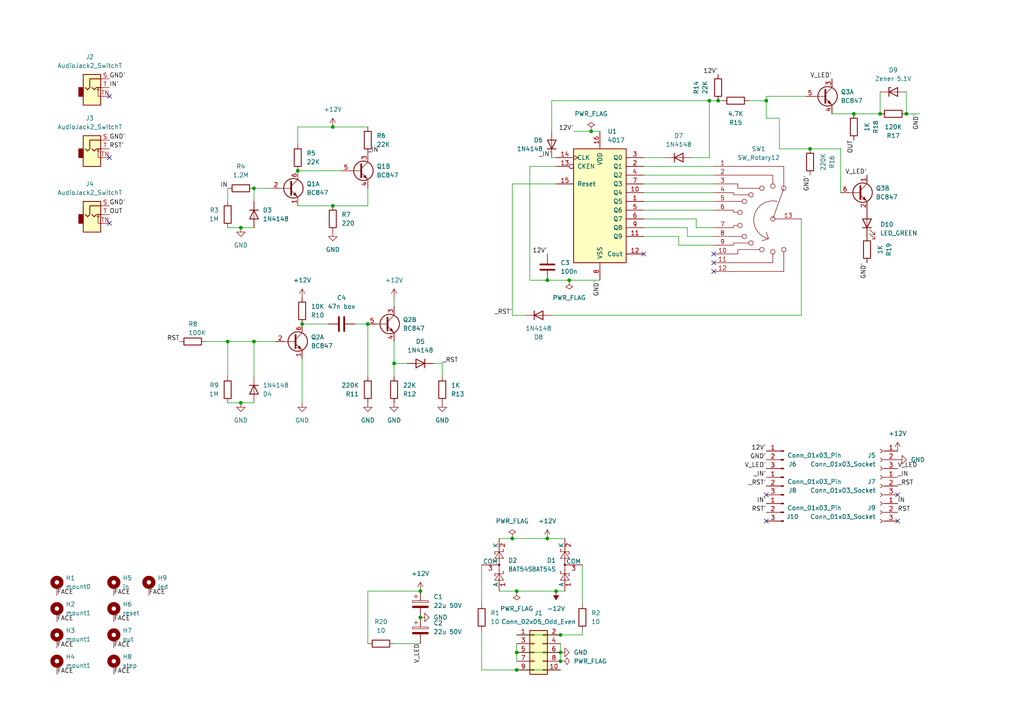
<source format=kicad_sch>
(kicad_sch (version 20230121) (generator eeschema)
  (paper "A4")
  (lib_symbols
    (symbol "4xxx:4017" (pin_names (offset 1.016))
      (property "Reference" "U" (at -7.62 16.51 0))
      (property "Value" "4017" (at -7.62 -19.05 0))
      (symbol "4017_1_0"
        (pin output line (at 12.7 0 180) (length 5.08) (name "Q5") (number "1"))
        (pin output line (at 12.7 2.54 180) (length 5.08) (name "Q4") (number "10"))
        (pin output line (at 12.7 -10.16 180) (length 5.08) (name "Q9") (number "11"))
        (pin output line (at 12.7 -15.24 180) (length 5.08) (name "Cout") (number "12"))
        (pin input inverted (at -12.7 10.16 0) (length 5.08) (name "CKEN") (number "13"))
        (pin input clock (at -12.7 12.7 0) (length 5.08) (name "CLK") (number "14"))
        (pin input line (at -12.7 5.08 0) (length 5.08) (name "Reset") (number "15"))
        (pin power_in line (at 0 20.32 270) (length 5.08) (name "VDD") (number "16"))
        (pin output line (at 12.7 10.16 180) (length 5.08) (name "Q1") (number "2"))
        (pin output line (at 12.7 12.7 180) (length 5.08) (name "Q0") (number "3"))
        (pin output line (at 12.7 7.62 180) (length 5.08) (name "Q2") (number "4"))
        (pin output line (at 12.7 -2.54 180) (length 5.08) (name "Q6") (number "5"))
        (pin output line (at 12.7 -5.08 180) (length 5.08) (name "Q7") (number "6"))
        (pin output line (at 12.7 5.08 180) (length 5.08) (name "Q3") (number "7"))
        (pin power_in line (at 0 -22.86 90) (length 5.08) (name "VSS") (number "8"))
        (pin output line (at 12.7 -7.62 180) (length 5.08) (name "Q8") (number "9"))
      )
      (symbol "4017_1_1"
        (rectangle (start -7.62 15.24) (end 7.62 -17.78) (stroke (width 0.254)) (fill (type background)))
      )
    )
    (symbol "Connector:Conn_01x03_Pin" (pin_names (offset 1.016) hide)
      (property "Reference" "J" (at 0 5.08 0))
      (property "Value" "Conn_01x03_Pin" (at 0 -5.08 0))
      (symbol "Conn_01x03_Pin_1_1"
        (polyline (pts (xy 1.27 -2.54) (xy 0.8636 -2.54)) (stroke (width 0.1524)))
        (polyline (pts (xy 1.27 0) (xy 0.8636 0)) (stroke (width 0.1524)))
        (polyline (pts (xy 1.27 2.54) (xy 0.8636 2.54)) (stroke (width 0.1524)))
        (rectangle (start 0.8636 -2.413) (end 0 -2.667) (stroke (width 0.1524)) (fill (type outline)))
        (rectangle (start 0.8636 0.127) (end 0 -0.127) (stroke (width 0.1524)) (fill (type outline)))
        (rectangle (start 0.8636 2.667) (end 0 2.413) (stroke (width 0.1524)) (fill (type outline)))
        (pin passive line (at 5.08 2.54 180) (length 3.81) (name "Pin_1") (number "1"))
        (pin passive line (at 5.08 0 180) (length 3.81) (name "Pin_2") (number "2"))
        (pin passive line (at 5.08 -2.54 180) (length 3.81) (name "Pin_3") (number "3"))
      )
    )
    (symbol "Connector:Conn_01x03_Socket" (pin_names (offset 1.016) hide)
      (property "Reference" "J" (at 0 5.08 0))
      (property "Value" "Conn_01x03_Socket" (at 0 -5.08 0))
      (symbol "Conn_01x03_Socket_1_1"
        (arc (start 0 -2.032) (mid -0.5058 -2.54) (end 0 -3.048) (stroke (width 0.1524)))
        (polyline (pts (xy -1.27 -2.54) (xy -0.508 -2.54)) (stroke (width 0.1524)))
        (polyline (pts (xy -1.27 0) (xy -0.508 0)) (stroke (width 0.1524)))
        (polyline (pts (xy -1.27 2.54) (xy -0.508 2.54)) (stroke (width 0.1524)))
        (arc (start 0 0.508) (mid -0.5058 0) (end 0 -0.508) (stroke (width 0.1524)))
        (arc (start 0 3.048) (mid -0.5058 2.54) (end 0 2.032) (stroke (width 0.1524)))
        (pin passive line (at -5.08 2.54 0) (length 3.81) (name "Pin_1") (number "1"))
        (pin passive line (at -5.08 0 0) (length 3.81) (name "Pin_2") (number "2"))
        (pin passive line (at -5.08 -2.54 0) (length 3.81) (name "Pin_3") (number "3"))
      )
    )
    (symbol "Device:C" (pin_numbers hide) (pin_names (offset 0.254))
      (property "Reference" "C" (at 0.635 2.54 0))
      (property "Value" "C" (at 0.635 -2.54 0))
      (symbol "C_0_1"
        (polyline (pts (xy -2.032 -0.762) (xy 2.032 -0.762)) (stroke (width 0.508)))
        (polyline (pts (xy -2.032 0.762) (xy 2.032 0.762)) (stroke (width 0.508)))
      )
      (symbol "C_1_1"
        (pin passive line (at 0 3.81 270) (length 2.794) (name "~") (number "1"))
        (pin passive line (at 0 -3.81 90) (length 2.794) (name "~") (number "2"))
      )
    )
    (symbol "Device:C_Polarized" (pin_numbers hide) (pin_names (offset 0.254))
      (property "Reference" "C" (at 0.635 2.54 0))
      (property "Value" "C_Polarized" (at 0.635 -2.54 0))
      (symbol "C_Polarized_0_1"
        (rectangle (start -2.286 0.508) (end 2.286 1.016))
        (polyline (pts (xy -1.778 2.286) (xy -0.762 2.286)))
        (polyline (pts (xy -1.27 2.794) (xy -1.27 1.778)))
        (rectangle (start 2.286 -0.508) (end -2.286 -1.016) (fill (type outline)))
      )
      (symbol "C_Polarized_1_1"
        (pin passive line (at 0 3.81 270) (length 2.794) (name "~") (number "1"))
        (pin passive line (at 0 -3.81 90) (length 2.794) (name "~") (number "2"))
      )
    )
    (symbol "Device:D" (pin_numbers hide) (pin_names (offset 1.016) hide)
      (property "Reference" "D" (at 0 2.54 0))
      (property "Value" "D" (at 0 -2.54 0))
      (symbol "D_0_1"
        (polyline (pts (xy -1.27 1.27) (xy -1.27 -1.27)) (stroke (width 0.254)))
        (polyline (pts (xy 1.27 0) (xy -1.27 0)))
        (polyline (pts (xy 1.27 1.27) (xy 1.27 -1.27) (xy -1.27 0) (xy 1.27 1.27)) (stroke (width 0.254)))
      )
      (symbol "D_1_1"
        (pin passive line (at -3.81 0 0) (length 2.54) (name "K") (number "1"))
        (pin passive line (at 3.81 0 180) (length 2.54) (name "A") (number "2"))
      )
    )
    (symbol "Device:D_Zener" (pin_numbers hide) (pin_names (offset 1.016) hide)
      (property "Reference" "D" (at 0 2.54 0))
      (property "Value" "D_Zener" (at 0 -2.54 0))
      (symbol "D_Zener_0_1"
        (polyline (pts (xy 1.27 0) (xy -1.27 0)))
        (polyline (pts (xy -1.27 -1.27) (xy -1.27 1.27) (xy -0.762 1.27)) (stroke (width 0.254)))
        (polyline (pts (xy 1.27 -1.27) (xy 1.27 1.27) (xy -1.27 0) (xy 1.27 -1.27)) (stroke (width 0.254)))
      )
      (symbol "D_Zener_1_1"
        (pin passive line (at -3.81 0 0) (length 2.54) (name "K") (number "1"))
        (pin passive line (at 3.81 0 180) (length 2.54) (name "A") (number "2"))
      )
    )
    (symbol "Device:LED" (pin_numbers hide) (pin_names (offset 1.016) hide)
      (property "Reference" "D" (at 0 2.54 0))
      (property "Value" "LED" (at 0 -2.54 0))
      (symbol "LED_0_1"
        (polyline (pts (xy -1.27 -1.27) (xy -1.27 1.27)) (stroke (width 0.254)))
        (polyline (pts (xy -1.27 0) (xy 1.27 0)))
        (polyline (pts (xy 1.27 -1.27) (xy 1.27 1.27) (xy -1.27 0) (xy 1.27 -1.27)) (stroke (width 0.254)))
        (polyline (pts (xy -3.048 -0.762) (xy -4.572 -2.286) (xy -3.81 -2.286) (xy -4.572 -2.286) (xy -4.572 -1.524)))
        (polyline (pts (xy -1.778 -0.762) (xy -3.302 -2.286) (xy -2.54 -2.286) (xy -3.302 -2.286) (xy -3.302 -1.524)))
      )
      (symbol "LED_1_1"
        (pin passive line (at -3.81 0 0) (length 2.54) (name "K") (number "1"))
        (pin passive line (at 3.81 0 180) (length 2.54) (name "A") (number "2"))
      )
    )
    (symbol "Device:Q_Dual_NPN_NPN_C2E2C1E1B1B2" (pin_names (offset 0) hide)
      (property "Reference" "Q" (at 5.08 1.27 0))
      (property "Value" "Q_Dual_NPN_NPN_C2E2C1E1B1B2" (at 5.08 -1.27 0))
      (symbol "Q_Dual_NPN_NPN_C2E2C1E1B1B2_0_1"
        (polyline (pts (xy 0.635 0) (xy -2.54 0)))
        (polyline (pts (xy 0.635 0.635) (xy 2.54 2.54)))
        (polyline (pts (xy 0.635 -0.635) (xy 2.54 -2.54) (xy 2.54 -2.54)))
        (polyline (pts (xy 0.635 1.905) (xy 0.635 -1.905) (xy 0.635 -1.905)) (stroke (width 0.508)))
        (polyline (pts (xy 1.27 -1.778) (xy 1.778 -1.27) (xy 2.286 -2.286) (xy 1.27 -1.778) (xy 1.27 -1.778)) (fill (type outline)))
        (circle (center 1.27 0) (radius 2.8194) (stroke (width 0.254)))
      )
      (symbol "Q_Dual_NPN_NPN_C2E2C1E1B1B2_1_1"
        (pin passive line (at 2.54 5.08 270) (length 2.54) (name "C1") (number "3"))
        (pin passive line (at 2.54 -5.08 90) (length 2.54) (name "E1") (number "4"))
        (pin input line (at -5.08 0 0) (length 2.54) (name "B1") (number "5"))
      )
      (symbol "Q_Dual_NPN_NPN_C2E2C1E1B1B2_2_1"
        (pin passive line (at 2.54 5.08 270) (length 2.54) (name "C2") (number "1"))
        (pin passive line (at 2.54 -5.08 90) (length 2.54) (name "E2") (number "2"))
        (pin input line (at -5.08 0 0) (length 2.54) (name "B2") (number "6"))
      )
    )
    (symbol "Device:Q_Dual_NPN_NPN_E1B1C2E2B2C1" (pin_names (offset 0) hide)
      (property "Reference" "Q" (at 5.08 1.27 0))
      (property "Value" "Q_Dual_NPN_NPN_E1B1C2E2B2C1" (at 5.08 -1.27 0))
      (symbol "Q_Dual_NPN_NPN_E1B1C2E2B2C1_0_1"
        (polyline (pts (xy 0.635 0) (xy -2.54 0)))
        (polyline (pts (xy 0.635 0.635) (xy 2.54 2.54)))
        (polyline (pts (xy 0.635 -0.635) (xy 2.54 -2.54) (xy 2.54 -2.54)))
        (polyline (pts (xy 0.635 1.905) (xy 0.635 -1.905) (xy 0.635 -1.905)) (stroke (width 0.508)))
        (polyline (pts (xy 1.27 -1.778) (xy 1.778 -1.27) (xy 2.286 -2.286) (xy 1.27 -1.778) (xy 1.27 -1.778)) (fill (type outline)))
        (circle (center 1.27 0) (radius 2.8194) (stroke (width 0.254)))
      )
      (symbol "Q_Dual_NPN_NPN_E1B1C2E2B2C1_1_1"
        (pin passive line (at 2.54 -5.08 90) (length 2.54) (name "E1") (number "1"))
        (pin input line (at -5.08 0 0) (length 2.54) (name "B1") (number "2"))
        (pin passive line (at 2.54 5.08 270) (length 2.54) (name "C1") (number "6"))
      )
      (symbol "Q_Dual_NPN_NPN_E1B1C2E2B2C1_2_1"
        (pin passive line (at 2.54 5.08 270) (length 2.54) (name "C2") (number "3"))
        (pin passive line (at 2.54 -5.08 90) (length 2.54) (name "E2") (number "4"))
        (pin input line (at -5.08 0 0) (length 2.54) (name "B2") (number "5"))
      )
    )
    (symbol "Device:R" (pin_numbers hide) (pin_names (offset 0))
      (property "Reference" "R" (at 2.032 0 90))
      (property "Value" "R" (at 0 0 90))
      (symbol "R_0_1"
        (rectangle (start -1.016 -2.54) (end 1.016 2.54) (stroke (width 0.254)))
      )
      (symbol "R_1_1"
        (pin passive line (at 0 3.81 270) (length 1.27) (name "~") (number "1"))
        (pin passive line (at 0 -3.81 90) (length 1.27) (name "~") (number "2"))
      )
    )
    (symbol "Eurorack:AudioJack2_SwitchT"
      (property "Reference" "J" (at 0 8.89 0))
      (property "Value" "AudioJack2_SwitchT" (at 0 6.35 0))
      (symbol "AudioJack2_SwitchT_0_1"
        (rectangle (start -2.54 0) (end -3.81 -2.54) (stroke (width 0.254)) (fill (type outline)))
        (rectangle (start -2.54 3.81) (end 2.54 -5.08) (stroke (width 0.254)) (fill (type background)))
        (polyline (pts (xy 1.778 -0.254) (xy 2.032 -0.762)))
        (polyline (pts (xy 0 0) (xy 0.635 -0.635) (xy 1.27 0) (xy 2.54 0)) (stroke (width 0.254)))
        (polyline (pts (xy 2.54 -2.54) (xy 1.778 -2.54) (xy 1.778 -0.254) (xy 1.524 -0.762)))
        (polyline (pts (xy 2.54 2.54) (xy -0.635 2.54) (xy -0.635 0) (xy -1.27 -0.635) (xy -1.905 0)) (stroke (width 0.254)))
      )
      (symbol "AudioJack2_SwitchT_1_1"
        (pin passive line (at 5.08 2.54 180) (length 2.54) (name "~") (number "S"))
        (pin passive line (at 5.08 0 180) (length 2.54) (name "~") (number "T"))
        (pin passive line (at 5.08 -2.54 180) (length 2.54) (name "~") (number "TN"))
      )
    )
    (symbol "Eurorack:BAT54S" (pin_names (offset 0))
      (property "Reference" "D" (at 2.54 -5.08 0))
      (property "Value" "BAT54S" (at -6.35 3.175 0))
      (symbol "BAT54S_0_1"
        (polyline (pts (xy -3.81 0) (xy -1.27 0)))
        (polyline (pts (xy -3.175 -1.27) (xy -3.175 -1.016)))
        (polyline (pts (xy -2.54 -1.27) (xy -3.175 -1.27)))
        (polyline (pts (xy -2.54 -1.27) (xy -2.54 1.27)))
        (polyline (pts (xy -2.54 1.27) (xy -1.905 1.27)))
        (polyline (pts (xy -1.905 0) (xy 1.905 0)))
        (polyline (pts (xy -1.905 1.27) (xy -1.905 1.016)))
        (polyline (pts (xy 1.27 0) (xy 3.81 0)))
        (polyline (pts (xy 3.175 -1.27) (xy 3.175 -1.016)))
        (polyline (pts (xy 3.81 -1.27) (xy 3.175 -1.27)))
        (polyline (pts (xy 3.81 -1.27) (xy 3.81 1.27)))
        (polyline (pts (xy 3.81 1.27) (xy 4.445 1.27)))
        (polyline (pts (xy 4.445 1.27) (xy 4.445 1.016)))
        (polyline (pts (xy -4.445 1.27) (xy -4.445 -1.27) (xy -2.54 0) (xy -4.445 1.27)))
        (polyline (pts (xy 1.905 1.27) (xy 1.905 -1.27) (xy 3.81 0) (xy 1.905 1.27)))
        (circle (center 0 0) (radius 0.254) (fill (type outline)))
      )
      (symbol "BAT54S_1_1"
        (pin passive line (at -7.62 0 0) (length 3.81) (name "A") (number "1"))
        (pin passive line (at 7.62 0 180) (length 3.81) (name "K") (number "2"))
        (pin passive line (at 0 -5.08 90) (length 5.08) (name "COM") (number "3"))
      )
    )
    (symbol "Eurorack:Conn_02x05_Odd_Even" (pin_names (offset 1.016) hide)
      (property "Reference" "J" (at 1.27 7.62 0))
      (property "Value" "Conn_02x05_Odd_Even" (at 1.27 -7.62 0))
      (symbol "Conn_02x05_Odd_Even_1_1"
        (rectangle (start -1.27 -4.953) (end 0 -5.207) (stroke (width 0.1524)))
        (rectangle (start -1.27 -2.413) (end 0 -2.667) (stroke (width 0.1524)))
        (rectangle (start -1.27 0.127) (end 0 -0.127) (stroke (width 0.1524)))
        (rectangle (start -1.27 2.667) (end 0 2.413) (stroke (width 0.1524)))
        (rectangle (start -1.27 5.207) (end 0 4.953) (stroke (width 0.1524)))
        (rectangle (start -1.27 6.35) (end 3.81 -6.35) (stroke (width 0.254)) (fill (type background)))
        (rectangle (start 3.81 -4.953) (end 2.54 -5.207) (stroke (width 0.1524)))
        (rectangle (start 3.81 -2.413) (end 2.54 -2.667) (stroke (width 0.1524)))
        (rectangle (start 3.81 0.127) (end 2.54 -0.127) (stroke (width 0.1524)))
        (rectangle (start 3.81 2.667) (end 2.54 2.413) (stroke (width 0.1524)))
        (rectangle (start 3.81 5.207) (end 2.54 4.953) (stroke (width 0.1524)))
        (pin passive line (at -5.08 5.08 0) (length 3.81) (name "Pin_1") (number "1"))
        (pin passive line (at 7.62 -5.08 180) (length 3.81) (name "Pin_10") (number "10"))
        (pin passive line (at 7.62 5.08 180) (length 3.81) (name "Pin_2") (number "2"))
        (pin passive line (at -5.08 2.54 0) (length 3.81) (name "Pin_3") (number "3"))
        (pin passive line (at 7.62 2.54 180) (length 3.81) (name "Pin_4") (number "4"))
        (pin passive line (at -5.08 0 0) (length 3.81) (name "Pin_5") (number "5"))
        (pin passive line (at 7.62 0 180) (length 3.81) (name "Pin_6") (number "6"))
        (pin passive line (at -5.08 -2.54 0) (length 3.81) (name "Pin_7") (number "7"))
        (pin passive line (at 7.62 -2.54 180) (length 3.81) (name "Pin_8") (number "8"))
        (pin passive line (at -5.08 -5.08 0) (length 3.81) (name "Pin_9") (number "9"))
      )
    )
    (symbol "Eurorack:MountingHole_Pad_Output" (pin_numbers hide) (pin_names (offset 1.016) hide) (in_bom no)
      (property "Reference" "H" (at 0 6.35 0))
      (property "Value" "MountingHole_Pad_Output" (at 0 4.445 0))
      (symbol "MountingHole_Pad_Output_0_1"
        (circle (center 0 1.27) (radius 1.27) (stroke (width 1.27)))
      )
      (symbol "MountingHole_Pad_Output_1_1"
        (pin output line (at 0 -2.54 90) (length 2.54) (name "1") (number "1"))
      )
    )
    (symbol "Mechanical:MountingHole_Pad" (pin_numbers hide) (pin_names (offset 1.016) hide)
      (property "Reference" "H" (at 0 6.35 0))
      (property "Value" "MountingHole_Pad" (at 0 4.445 0))
      (symbol "MountingHole_Pad_0_1"
        (circle (center 0 1.27) (radius 1.27) (stroke (width 1.27)))
      )
      (symbol "MountingHole_Pad_1_1"
        (pin input line (at 0 -2.54 90) (length 2.54) (name "1") (number "1"))
      )
    )
    (symbol "Switch:SW_Rotary12" (pin_names (offset 1.016) hide)
      (property "Reference" "SW" (at 0 17.78 0))
      (property "Value" "SW_Rotary12" (at 0 -17.78 0))
      (symbol "SW_Rotary12_0_0"
        (circle (center -10.16 -8.89) (radius 0.635))
        (circle (center -10.16 8.89) (radius 0.635))
        (circle (center -6.985 -9.525) (radius 0.635))
        (circle (center -6.985 0) (radius 0.635))
        (circle (center -6.985 9.525) (radius 0.635))
        (arc (start -5.715 -5.715) (mid -1.5995 0.937) (end -8.255 5.08))
        (circle (center -3.81 -8.89) (radius 0.635))
        (circle (center -3.81 8.89) (radius 0.635))
        (circle (center -0.635 -6.985) (radius 0.635))
        (circle (center -0.635 6.985) (radius 0.635))
        (polyline (pts (xy -6.985 0) (xy -10.16 8.89)))
        (polyline (pts (xy -5.715 -5.715) (xy -5.08 -3.81)))
        (polyline (pts (xy -5.715 -5.715) (xy -3.81 -6.35)))
        (polyline (pts (xy 1.905 -5.08) (xy 5.08 -5.08)))
        (polyline (pts (xy 1.905 5.08) (xy 5.08 5.08)))
        (polyline (pts (xy -10.16 -9.525) (xy -10.16 -15.24) (xy 5.08 -15.24)))
        (polyline (pts (xy -10.16 9.525) (xy -10.16 15.24) (xy 5.08 15.24)))
        (polyline (pts (xy -6.985 -10.16) (xy -6.985 -12.7) (xy 5.08 -12.7)))
        (polyline (pts (xy -6.985 10.16) (xy -6.985 12.7) (xy 5.08 12.7)))
        (polyline (pts (xy -3.175 -8.89) (xy 3.175 -8.89) (xy 3.175 -10.16) (xy 5.08 -10.16)))
        (polyline (pts (xy -3.175 8.89) (xy 3.175 8.89) (xy 3.175 10.16) (xy 5.08 10.16)))
        (polyline (pts (xy 0 -6.985) (xy 4.445 -6.985) (xy 4.445 -7.62) (xy 5.08 -7.62)))
        (polyline (pts (xy 0 6.985) (xy 4.445 6.985) (xy 4.445 7.62) (xy 5.08 7.62)))
        (polyline (pts (xy 3.175 -1.905) (xy 4.445 -1.905) (xy 4.445 -2.54) (xy 5.08 -2.54)))
        (polyline (pts (xy 3.175 1.905) (xy 4.445 1.905) (xy 4.445 2.54) (xy 5.08 2.54)))
        (circle (center 1.27 -5.08) (radius 0.635))
        (circle (center 1.27 5.08) (radius 0.635))
        (circle (center 2.54 -1.905) (radius 0.635))
        (circle (center 2.54 1.905) (radius 0.635))
      )
      (symbol "SW_Rotary12_0_1"
        (pin passive line (at 10.16 15.24 180) (length 5.08) (name "1") (number "1"))
        (pin passive line (at 10.16 -10.16 180) (length 5.08) (name "10") (number "10"))
        (pin passive line (at 10.16 -12.7 180) (length 5.08) (name "11") (number "11"))
        (pin passive line (at 10.16 -15.24 180) (length 5.08) (name "12") (number "12"))
        (pin passive line (at -15.24 0 0) (length 7.62) (name "13") (number "13"))
        (pin passive line (at 10.16 12.7 180) (length 5.08) (name "2") (number "2"))
        (pin passive line (at 10.16 10.16 180) (length 5.08) (name "3") (number "3"))
        (pin passive line (at 10.16 7.62 180) (length 5.08) (name "4") (number "4"))
        (pin passive line (at 10.16 5.08 180) (length 5.08) (name "5") (number "5"))
        (pin passive line (at 10.16 2.54 180) (length 5.08) (name "6") (number "6"))
        (pin passive line (at 10.16 -2.54 180) (length 5.08) (name "7") (number "7"))
        (pin passive line (at 10.16 -5.08 180) (length 5.08) (name "8") (number "8"))
        (pin passive line (at 10.16 -7.62 180) (length 5.08) (name "9") (number "9"))
      )
    )
    (symbol "power:+12V" (power) (pin_names (offset 0))
      (property "Value" "+12V" (at 0 3.556 0))
      (symbol "+12V_0_1"
        (polyline (pts (xy -0.762 1.27) (xy 0 2.54)))
        (polyline (pts (xy 0 0) (xy 0 2.54)))
        (polyline (pts (xy 0 2.54) (xy 0.762 1.27)))
      )
      (symbol "+12V_1_1"
        (pin power_in line (at 0 0 90) (length 0) hide (name "+12V") (number "1"))
      )
    )
    (symbol "power:-12V" (power) (pin_names (offset 0))
      (property "Value" "-12V" (at 0 3.81 0))
      (symbol "-12V_0_0"
        (pin power_in line (at 0 0 90) (length 0) hide (name "-12V") (number "1"))
      )
      (symbol "-12V_0_1"
        (polyline (pts (xy 0 0) (xy 0 1.27) (xy 0.762 1.27) (xy 0 2.54) (xy -0.762 1.27) (xy 0 1.27)) (fill (type outline)))
      )
    )
    (symbol "power:GND" (power) (pin_names (offset 0))
      (property "Value" "GND" (at 0 -3.81 0))
      (symbol "GND_0_1"
        (polyline (pts (xy 0 0) (xy 0 -1.27) (xy 1.27 -1.27) (xy 0 -2.54) (xy -1.27 -1.27) (xy 0 -1.27)))
      )
      (symbol "GND_1_1"
        (pin power_in line (at 0 0 270) (length 0) hide (name "GND") (number "1"))
      )
    )
    (symbol "power:PWR_FLAG" (power) (pin_numbers hide) (pin_names (offset 0) hide)
      (property "Value" "PWR_FLAG" (at 0 3.81 0))
      (symbol "PWR_FLAG_0_0"
        (pin power_out line (at 0 0 90) (length 0) (name "pwr") (number "1"))
      )
      (symbol "PWR_FLAG_0_1"
        (polyline (pts (xy 0 0) (xy 0 1.27) (xy -1.016 1.905) (xy 0 2.54) (xy 1.016 1.905) (xy 0 1.27)))
      )
    )
  )
  (junction (at 149.86 171.45))
  (junction (at 69.85 66.04))
  (junction (at 255.27 33.02))
  (junction (at 73.66 99.06))
  (junction (at 149.86 194.31))
  (junction (at 148.59 156.21))
  (junction (at 208.28 29.21))
  (junction (at 87.63 93.98))
  (junction (at 247.65 33.02))
  (junction (at 234.95 43.18))
  (junction (at 162.56 191.77))
  (junction (at 262.89 33.02))
  (junction (at 149.86 189.23))
  (junction (at 222.25 29.21))
  (junction (at 161.29 171.45))
  (junction (at 121.92 179.07))
  (junction (at 96.52 59.69))
  (junction (at 96.52 36.83))
  (junction (at 121.92 171.45))
  (junction (at 158.75 81.28))
  (junction (at 171.45 38.1))
  (junction (at 73.66 54.61))
  (junction (at 86.36 49.53))
  (junction (at 114.3 105.41))
  (junction (at 66.04 99.06))
  (junction (at 158.75 156.21))
  (junction (at 205.74 29.21))
  (junction (at 162.56 184.15))
  (junction (at 69.85 116.84))
  (junction (at 106.68 93.98))
  (junction (at 162.56 189.23))
  (junction (at 165.1 81.28))
  (no_connect (at 31.75 64.77))
  (no_connect (at 207.01 76.2))
  (no_connect (at 186.69 73.66))
  (no_connect (at 260.35 143.51))
  (no_connect (at 222.25 151.13))
  (no_connect (at 31.75 27.94))
  (no_connect (at 207.01 73.66))
  (no_connect (at 31.75 45.72))
  (no_connect (at 207.01 78.74))
  (no_connect (at 222.25 143.51))
  (no_connect (at 260.35 151.13))
  (wire (pts (xy 87.63 116.84) (xy 87.63 104.14)))
  (wire (pts (xy 232.41 63.5) (xy 232.41 91.44)))
  (wire (pts (xy 144.78 156.21) (xy 148.59 156.21)))
  (wire (pts (xy 262.89 33.02) (xy 266.7 33.02)))
  (wire (pts (xy 243.84 55.88) (xy 243.84 43.18)))
  (wire (pts (xy 114.3 99.06) (xy 114.3 105.41)))
  (wire (pts (xy 148.59 156.21) (xy 158.75 156.21)))
  (wire (pts (xy 66.04 116.84) (xy 69.85 116.84)))
  (wire (pts (xy 106.68 171.45) (xy 121.92 171.45)))
  (wire (pts (xy 168.91 184.15) (xy 168.91 182.88)))
  (wire (pts (xy 200.66 45.72) (xy 205.74 45.72)))
  (wire (pts (xy 149.86 189.23) (xy 162.56 189.23)))
  (wire (pts (xy 118.11 105.41) (xy 114.3 105.41)))
  (wire (pts (xy 66.04 99.06) (xy 66.04 109.22)))
  (wire (pts (xy 59.69 99.06) (xy 66.04 99.06)))
  (wire (pts (xy 196.85 68.58) (xy 196.85 71.12)))
  (wire (pts (xy 144.78 171.45) (xy 149.86 171.45)))
  (wire (pts (xy 207.01 50.8) (xy 186.69 50.8)))
  (wire (pts (xy 149.86 186.69) (xy 149.86 189.23)))
  (wire (pts (xy 160.02 45.72) (xy 161.29 45.72)))
  (wire (pts (xy 66.04 54.61) (xy 66.04 58.42)))
  (wire (pts (xy 73.66 54.61) (xy 78.74 54.61)))
  (wire (pts (xy 86.36 36.83) (xy 86.36 41.91)))
  (wire (pts (xy 247.65 33.02) (xy 255.27 33.02)))
  (wire (pts (xy 114.3 86.36) (xy 114.3 88.9)))
  (wire (pts (xy 207.01 60.96) (xy 186.69 60.96)))
  (wire (pts (xy 222.25 29.21) (xy 222.25 34.29)))
  (wire (pts (xy 73.66 99.06) (xy 73.66 109.22)))
  (wire (pts (xy 262.89 26.67) (xy 262.89 33.02)))
  (wire (pts (xy 232.41 91.44) (xy 160.02 91.44)))
  (wire (pts (xy 153.67 48.26) (xy 153.67 81.28)))
  (wire (pts (xy 205.74 29.21) (xy 205.74 45.72)))
  (wire (pts (xy 69.85 116.84) (xy 73.66 116.84)))
  (wire (pts (xy 106.68 93.98) (xy 106.68 109.22)))
  (wire (pts (xy 171.45 38.1) (xy 173.99 38.1)))
  (wire (pts (xy 86.36 49.53) (xy 99.06 49.53)))
  (wire (pts (xy 217.17 29.21) (xy 222.25 29.21)))
  (wire (pts (xy 196.85 71.12) (xy 207.01 71.12)))
  (wire (pts (xy 128.27 105.41) (xy 128.27 109.22)))
  (wire (pts (xy 114.3 186.69) (xy 121.92 186.69)))
  (wire (pts (xy 207.01 55.88) (xy 186.69 55.88)))
  (wire (pts (xy 102.87 93.98) (xy 106.68 93.98)))
  (wire (pts (xy 162.56 189.23) (xy 162.56 191.77)))
  (wire (pts (xy 205.74 29.21) (xy 160.02 29.21)))
  (wire (pts (xy 149.86 184.15) (xy 162.56 184.15)))
  (wire (pts (xy 96.52 36.83) (xy 86.36 36.83)))
  (wire (pts (xy 186.69 68.58) (xy 196.85 68.58)))
  (wire (pts (xy 153.67 81.28) (xy 158.75 81.28)))
  (wire (pts (xy 222.25 27.94) (xy 222.25 29.21)))
  (wire (pts (xy 73.66 99.06) (xy 80.01 99.06)))
  (wire (pts (xy 149.86 171.45) (xy 161.29 171.45)))
  (wire (pts (xy 207.01 58.42) (xy 186.69 58.42)))
  (wire (pts (xy 106.68 59.69) (xy 96.52 59.69)))
  (wire (pts (xy 207.01 48.26) (xy 186.69 48.26)))
  (wire (pts (xy 162.56 186.69) (xy 162.56 189.23)))
  (wire (pts (xy 161.29 171.45) (xy 163.83 171.45)))
  (wire (pts (xy 66.04 99.06) (xy 73.66 99.06)))
  (wire (pts (xy 186.69 63.5) (xy 201.93 63.5)))
  (wire (pts (xy 165.1 81.28) (xy 173.99 81.28)))
  (wire (pts (xy 96.52 59.69) (xy 86.36 59.69)))
  (wire (pts (xy 241.3 33.02) (xy 247.65 33.02)))
  (wire (pts (xy 233.68 27.94) (xy 222.25 27.94)))
  (wire (pts (xy 106.68 186.69) (xy 106.68 171.45)))
  (wire (pts (xy 139.7 194.31) (xy 139.7 182.88)))
  (wire (pts (xy 162.56 184.15) (xy 168.91 184.15)))
  (wire (pts (xy 205.74 29.21) (xy 208.28 29.21)))
  (wire (pts (xy 149.86 194.31) (xy 139.7 194.31)))
  (wire (pts (xy 199.39 66.04) (xy 199.39 68.58)))
  (wire (pts (xy 106.68 36.83) (xy 96.52 36.83)))
  (wire (pts (xy 148.59 53.34) (xy 161.29 53.34)))
  (wire (pts (xy 125.73 105.41) (xy 128.27 105.41)))
  (wire (pts (xy 139.7 163.83) (xy 139.7 175.26)))
  (wire (pts (xy 152.4 91.44) (xy 148.59 91.44)))
  (wire (pts (xy 66.04 66.04) (xy 69.85 66.04)))
  (wire (pts (xy 186.69 45.72) (xy 193.04 45.72)))
  (wire (pts (xy 234.95 43.18) (xy 226.06 43.18)))
  (wire (pts (xy 161.29 48.26) (xy 153.67 48.26)))
  (wire (pts (xy 226.06 43.18) (xy 226.06 34.29)))
  (wire (pts (xy 73.66 54.61) (xy 73.66 58.42)))
  (wire (pts (xy 207.01 53.34) (xy 186.69 53.34)))
  (wire (pts (xy 201.93 66.04) (xy 207.01 66.04)))
  (wire (pts (xy 166.37 38.1) (xy 171.45 38.1)))
  (wire (pts (xy 106.68 54.61) (xy 106.68 59.69)))
  (wire (pts (xy 87.63 93.98) (xy 95.25 93.98)))
  (wire (pts (xy 162.56 194.31) (xy 149.86 194.31)))
  (wire (pts (xy 199.39 68.58) (xy 207.01 68.58)))
  (wire (pts (xy 243.84 43.18) (xy 234.95 43.18)))
  (wire (pts (xy 255.27 26.67) (xy 255.27 33.02)))
  (wire (pts (xy 201.93 63.5) (xy 201.93 66.04)))
  (wire (pts (xy 160.02 29.21) (xy 160.02 38.1)))
  (wire (pts (xy 158.75 81.28) (xy 165.1 81.28)))
  (wire (pts (xy 114.3 105.41) (xy 114.3 109.22)))
  (wire (pts (xy 148.59 53.34) (xy 148.59 91.44)))
  (wire (pts (xy 149.86 189.23) (xy 149.86 191.77)))
  (wire (pts (xy 69.85 66.04) (xy 73.66 66.04)))
  (wire (pts (xy 208.28 29.21) (xy 209.55 29.21)))
  (wire (pts (xy 168.91 163.83) (xy 168.91 175.26)))
  (wire (pts (xy 158.75 156.21) (xy 163.83 156.21)))
  (wire (pts (xy 186.69 66.04) (xy 199.39 66.04)))
  (wire (pts (xy 226.06 34.29) (xy 222.25 34.29)))
  (label "FACE" (at 43.18 172.72 0))
  (label "FACE" (at 16.51 195.58 0))
  (label "IN'" (at 31.75 25.4 0))
  (label "RST'" (at 31.75 43.18 0))
  (label "IN" (at 260.35 146.05 0))
  (label "12V'" (at 166.37 38.1 180))
  (label "GND'" (at 173.99 81.28 270))
  (label "V_LED" (at 260.35 135.89 0))
  (label "GND'" (at 234.95 50.8 270))
  (label "12V'" (at 158.75 73.66 180))
  (label "GND'" (at 266.7 33.02 270))
  (label "FACE" (at 33.02 195.58 0))
  (label "RST" (at 52.07 99.06 180))
  (label "GND'" (at 251.46 76.2 270))
  (label "GND'" (at 31.75 22.86 0))
  (label "OUT" (at 247.65 40.64 270))
  (label "GND'" (at 31.75 59.69 0))
  (label "FACE" (at 16.51 172.72 0))
  (label "12V'" (at 222.25 130.81 180))
  (label "GND'" (at 31.75 40.64 0))
  (label "RST'" (at 222.25 148.59 180))
  (label "FACE" (at 16.51 187.96 0))
  (label "IN" (at 66.04 54.61 180))
  (label "12V'" (at 208.28 21.59 180))
  (label "FACE" (at 33.02 187.96 0))
  (label "IN'" (at 222.25 146.05 180))
  (label "V_LED'" (at 241.3 22.86 180))
  (label "GND'" (at 222.25 133.35 180))
  (label "_IN'" (at 160.02 45.72 180))
  (label "OUT" (at 31.75 62.23 0))
  (label "_RST" (at 128.27 105.41 0))
  (label "_IN'" (at 222.25 138.43 180))
  (label "_RST'" (at 148.59 91.44 180))
  (label "_IN" (at 106.68 44.45 0))
  (label "_RST'" (at 222.25 140.97 180))
  (label "RST" (at 260.35 148.59 0))
  (label "FACE" (at 16.51 180.34 0))
  (label "V_LED'" (at 251.46 50.8 180))
  (label "V_LED'" (at 222.25 135.89 180))
  (label "V_LED" (at 121.92 186.69 270))
  (label "_RST" (at 260.35 140.97 0))
  (label "FACE" (at 33.02 180.34 0))
  (label "FACE" (at 33.02 172.72 0))
  (label "_IN" (at 260.35 138.43 0))
  (symbol (lib_id "power:-12V") (at 161.29 171.45 180) (unit 1)
    (property "Reference" "#PWR05" (effects hide))
    (property "Value" "-12V" (at 161.29 176.53 0))
  )
  (symbol (lib_id "Connector:Conn_01x03_Pin") (at 227.33 133.35 0) (mirror y) (unit 1)
    (property "Reference" "J6" (at 229.87 134.62 0))
    (property "Value" "Conn_01x03_Pin" (at 236.22 132.08 0))
    (property "Footprint" "Connector_PinHeader_2.54mm:PinHeader_1x03_P2.54mm_Vertical" (effects hide))
  )
  (symbol (lib_id "Mechanical:MountingHole_Pad") (at 33.02 185.42 0) (unit 1) (in_bom no)
    (property "Reference" "H7" (at 35.56 182.88 0) (effects (justify left)))
    (property "Value" "out" (at 35.56 185.42 0) (effects (justify left)))
    (property "Footprint" "Eurorack:Mech-AudioJack-Hole-Output-Gate" (effects hide))
  )
  (symbol (lib_id "Device:C") (at 158.75 77.47 0) (unit 1)
    (property "Reference" "C3" (at 162.56 76.2 0) (effects (justify left)))
    (property "Value" "100n" (at 162.56 78.74 0) (effects (justify left)))
    (property "Footprint" "Capacitor_SMD:C_0805_2012Metric" (effects hide))
  )
  (symbol (lib_id "Device:Q_Dual_NPN_NPN_E1B1C2E2B2C1") (at 111.76 93.98 0) (unit 2)
    (property "Reference" "Q2" (at 116.84 92.71 0) (effects (justify left)))
    (property "Value" "BC847" (at 116.84 95.25 0) (effects (justify left)))
    (property "Footprint" "Package_SO:TSOP-6_1.65x3.05mm_P0.95mm" (effects hide))
    (property "Vendor" "Mouser" (effects hide))
    (property "PartNum" "771-BCM847DS135" (effects hide))
  )
  (symbol (lib_id "Device:R") (at 106.68 40.64 180) (unit 1)
    (property "Reference" "R6" (at 109.22 39.37 0) (effects (justify right)))
    (property "Value" "22K" (at 109.22 41.91 0) (effects (justify right)))
    (property "Footprint" "Resistor_SMD:R_0805_2012Metric" (effects hide))
  )
  (symbol (lib_id "Mechanical:MountingHole_Pad") (at 43.18 170.18 0) (unit 1) (in_bom no)
    (property "Reference" "H9" (at 45.72 167.64 0) (effects (justify left)))
    (property "Value" "led" (at 45.72 170.18 0) (effects (justify left)))
    (property "Footprint" "Eurorack:Mech-LED-Hole-3mm-Bezel" (effects hide))
  )
  (symbol (lib_id "Device:R") (at 66.04 113.03 0) (mirror x) (unit 1)
    (property "Reference" "R9" (at 63.5 111.76 0) (effects (justify right)))
    (property "Value" "1M" (at 63.5 114.3 0) (effects (justify right)))
    (property "Footprint" "Resistor_SMD:R_0805_2012Metric" (effects hide))
  )
  (symbol (lib_id "Device:R") (at 66.04 62.23 0) (mirror x) (unit 1)
    (property "Reference" "R3" (at 63.5 60.96 0) (effects (justify right)))
    (property "Value" "1M" (at 63.5 63.5 0) (effects (justify right)))
    (property "Footprint" "Resistor_SMD:R_0805_2012Metric" (effects hide))
  )
  (symbol (lib_id "Device:Q_Dual_NPN_NPN_E1B1C2E2B2C1") (at 83.82 54.61 0) (unit 1)
    (property "Reference" "Q1" (at 88.9 53.34 0) (effects (justify left)))
    (property "Value" "BC847" (at 88.9 55.88 0) (effects (justify left)))
    (property "Footprint" "Package_SO:TSOP-6_1.65x3.05mm_P0.95mm" (effects hide))
    (property "Vendor" "Mouser" (effects hide))
    (property "PartNum" "771-BCM847DS135" (effects hide))
  )
  (symbol (lib_id "Connector:Conn_01x03_Socket") (at 255.27 148.59 0) (mirror y) (unit 1)
    (property "Reference" "J9" (at 254 147.32 0) (effects (justify left)))
    (property "Value" "Conn_01x03_Socket" (at 254 149.86 0) (effects (justify left)))
    (property "Footprint" "Connector_PinSocket_2.54mm:PinSocket_1x03_P2.54mm_Vertical" (effects hide))
  )
  (symbol (lib_id "Device:R") (at 86.36 45.72 180) (unit 1)
    (property "Reference" "R5" (at 88.9 44.45 0) (effects (justify right)))
    (property "Value" "22K" (at 88.9 46.99 0) (effects (justify right)))
    (property "Footprint" "Resistor_SMD:R_0805_2012Metric" (effects hide))
  )
  (symbol (lib_id "Switch:SW_Rotary12") (at 217.17 63.5 0) (mirror y) (unit 1)
    (property "Reference" "SW1" (at 220.0275 43.18 0))
    (property "Value" "SW_Rotary12" (at 220.0275 45.72 0))
    (property "Footprint" "Eurorack:Switch_Rotary_NKK_MRK_112" (effects hide))
    (property "Datasheet" "http://cdn-reichelt.de/documents/datenblatt/C200/DS-Serie%23LOR.pdf" (effects hide))
    (property "Vendor" "Mouser" (effects hide))
    (property "PartNum" "633-MRK112-BA" (effects hide))
  )
  (symbol (lib_id "Device:R") (at 69.85 54.61 90) (unit 1)
    (property "Reference" "R4" (at 69.85 48.26 90))
    (property "Value" "1.2M" (at 69.85 50.8 90))
    (property "Footprint" "Resistor_SMD:R_0805_2012Metric" (effects hide))
  )
  (symbol (lib_id "Device:D") (at 196.85 45.72 0) (unit 1)
    (property "Reference" "D7" (at 196.85 39.37 0))
    (property "Value" "1N4148" (at 196.85 41.91 0))
    (property "Footprint" "Diode_SMD:D_SOD-323_HandSoldering" (effects hide))
    (property "Sim.Device" "D" (effects hide))
    (property "Sim.Pins" "1=K 2=A" (effects hide))
  )
  (symbol (lib_id "Device:R") (at 106.68 113.03 0) (unit 1)
    (property "Reference" "R11" (at 104.14 114.3 0) (effects (justify right)))
    (property "Value" "220K" (at 104.14 111.76 0) (effects (justify right)))
    (property "Footprint" "Resistor_SMD:R_0805_2012Metric" (effects hide))
  )
  (symbol (lib_id "Mechanical:MountingHole_Pad") (at 33.02 193.04 0) (unit 1) (in_bom no)
    (property "Reference" "H8" (at 35.56 190.5 0) (effects (justify left)))
    (property "Value" "step" (at 35.56 193.04 0) (effects (justify left)))
    (property "Footprint" "Eurorack:Mech-MRK-Hole" (effects hide))
  )
  (symbol (lib_id "power:GND") (at 260.35 133.35 90) (unit 1)
    (property "Reference" "#PWR030" (effects hide))
    (property "Value" "GND" (at 264.16 133.35 90) (effects (justify right)))
  )
  (symbol (lib_id "power:PWR_FLAG") (at 171.45 38.1 0) (unit 1)
    (property "Reference" "#FLG05" (effects hide))
    (property "Value" "PWR_FLAG" (at 171.45 33.02 0))
  )
  (symbol (lib_id "Device:R") (at 208.28 25.4 0) (unit 1)
    (property "Reference" "R14" (at 201.93 25.4 90))
    (property "Value" "22K" (at 204.47 25.4 90))
    (property "Footprint" "Resistor_SMD:R_0805_2012Metric" (effects hide))
  )
  (symbol (lib_id "4xxx:4017") (at 173.99 58.42 0) (unit 1)
    (property "Reference" "U1" (at 176.1841 38.1 0) (effects (justify left)))
    (property "Value" "4017" (at 176.1841 40.64 0) (effects (justify left)))
    (property "Footprint" "Package_SO:TSSOP-16_4.4x5mm_P0.65mm" (effects hide))
    (property "Datasheet" "http://www.intersil.com/content/dam/Intersil/documents/cd40/cd4017bms-22bms.pdf" (effects hide))
    (property "Vendor" "Mouser" (effects hide))
    (property "PartNum" "595-CD4017BPWR" (effects hide))
  )
  (symbol (lib_id "Device:R") (at 55.88 99.06 90) (unit 1)
    (property "Reference" "R8" (at 54.61 93.98 90) (effects (justify right)))
    (property "Value" "100K" (at 54.61 96.52 90) (effects (justify right)))
    (property "Footprint" "Resistor_SMD:R_0805_2012Metric" (effects hide))
  )
  (symbol (lib_id "Eurorack:MountingHole_Pad_Output") (at 16.51 170.18 0) (unit 1) (in_bom no)
    (property "Reference" "H1" (at 19.05 167.64 0) (effects (justify left)))
    (property "Value" "mount0" (at 19.05 170.18 0) (effects (justify left)))
    (property "Footprint" "Eurorack:Mech-MountingHole" (effects hide))
  )
  (symbol (lib_id "power:+12V") (at 87.63 86.36 0) (unit 1)
    (property "Reference" "#PWR016" (effects hide))
    (property "Value" "+12V" (at 87.63 81.28 0))
  )
  (symbol (lib_id "Eurorack:BAT54S") (at 163.83 163.83 90) (unit 1)
    (property "Reference" "D1" (at 161.29 162.56 90) (effects (justify left)))
    (property "Value" "BAT54S" (at 161.29 165.1 90) (effects (justify left)))
    (property "Footprint" "Package_TO_SOT_SMD:SOT-23" (effects hide))
    (property "Datasheet" "https://www.diodes.com/assets/Datasheets/ds11005.pdf" (effects hide))
    (property "Vendor" "Mouser" (effects hide))
    (property "PartNum" "863-BAT54SLT1G" (effects hide))
  )
  (symbol (lib_id "power:+12V") (at 114.3 86.36 0) (unit 1)
    (property "Reference" "#PWR017" (effects hide))
    (property "Value" "+12V" (at 114.3 81.28 0))
  )
  (symbol (lib_id "Device:R") (at 251.46 72.39 180) (unit 1)
    (property "Reference" "R19" (at 257.81 72.39 90))
    (property "Value" "1K" (at 255.27 72.39 90))
    (property "Footprint" "Resistor_SMD:R_0805_2012Metric" (effects hide))
  )
  (symbol (lib_id "Device:D") (at 121.92 105.41 180) (unit 1)
    (property "Reference" "D5" (at 121.92 99.06 0))
    (property "Value" "1N4148" (at 121.92 101.6 0))
    (property "Footprint" "Diode_SMD:D_SOD-323_HandSoldering" (effects hide))
    (property "Sim.Device" "D" (effects hide))
    (property "Sim.Pins" "1=K 2=A" (effects hide))
  )
  (symbol (lib_id "Device:Q_Dual_NPN_NPN_E1B1C2E2B2C1") (at 85.09 99.06 0) (unit 1)
    (property "Reference" "Q2" (at 90.17 97.79 0) (effects (justify left)))
    (property "Value" "BC847" (at 90.17 100.33 0) (effects (justify left)))
    (property "Footprint" "Package_SO:TSOP-6_1.65x3.05mm_P0.95mm" (effects hide))
    (property "Vendor" "Mouser" (effects hide))
    (property "PartNum" "771-BCM847DS135" (effects hide))
  )
  (symbol (lib_id "power:GND") (at 87.63 116.84 0) (unit 1)
    (property "Reference" "#PWR014" (effects hide))
    (property "Value" "GND" (at 87.63 121.92 0))
  )
  (symbol (lib_id "Device:R") (at 259.08 33.02 90) (unit 1)
    (property "Reference" "R17" (at 259.08 39.37 90))
    (property "Value" "120K" (at 259.08 36.83 90))
    (property "Footprint" "Resistor_SMD:R_0805_2012Metric" (effects hide))
  )
  (symbol (lib_id "Device:R") (at 234.95 46.99 180) (unit 1)
    (property "Reference" "R16" (at 241.3 46.99 90))
    (property "Value" "220K" (at 238.76 46.99 90))
    (property "Footprint" "Resistor_SMD:R_0805_2012Metric" (effects hide))
  )
  (symbol (lib_id "Device:R") (at 168.91 179.07 0) (unit 1)
    (property "Reference" "R2" (at 171.45 177.8 0) (effects (justify left)))
    (property "Value" "10" (at 171.45 180.34 0) (effects (justify left)))
    (property "Footprint" "Resistor_SMD:R_0805_2012Metric" (effects hide))
  )
  (symbol (lib_id "Connector:Conn_01x03_Socket") (at 255.27 140.97 0) (mirror y) (unit 1)
    (property "Reference" "J7" (at 254 139.7 0) (effects (justify left)))
    (property "Value" "Conn_01x03_Socket" (at 254 142.24 0) (effects (justify left)))
    (property "Footprint" "Connector_PinSocket_2.54mm:PinSocket_1x03_P2.54mm_Vertical" (effects hide))
  )
  (symbol (lib_id "Device:R") (at 114.3 113.03 0) (mirror y) (unit 1)
    (property "Reference" "R12" (at 116.84 114.3 0) (effects (justify right)))
    (property "Value" "22K" (at 116.84 111.76 0) (effects (justify right)))
    (property "Footprint" "Resistor_SMD:R_0805_2012Metric" (effects hide))
  )
  (symbol (lib_id "Device:R") (at 247.65 36.83 180) (unit 1)
    (property "Reference" "R18" (at 254 36.83 90))
    (property "Value" "1K" (at 251.46 36.83 90))
    (property "Footprint" "Resistor_SMD:R_0805_2012Metric" (effects hide))
  )
  (symbol (lib_id "Eurorack:BAT54S") (at 144.78 163.83 270) (mirror x) (unit 1)
    (property "Reference" "D2" (at 147.32 162.56 90) (effects (justify left)))
    (property "Value" "BAT54S" (at 147.32 165.1 90) (effects (justify left)))
    (property "Footprint" "Package_TO_SOT_SMD:SOT-23" (effects hide))
    (property "Datasheet" "https://www.diodes.com/assets/Datasheets/ds11005.pdf" (effects hide))
    (property "Vendor" "Mouser" (effects hide))
    (property "PartNum" "863-BAT54SLT1G" (effects hide))
  )
  (symbol (lib_id "Mechanical:MountingHole_Pad") (at 16.51 185.42 0) (unit 1) (in_bom no)
    (property "Reference" "H3" (at 19.05 182.88 0) (effects (justify left)))
    (property "Value" "mount1" (at 19.05 185.42 0) (effects (justify left)))
    (property "Footprint" "Eurorack:Mech-MountingHole" (effects hide))
  )
  (symbol (lib_id "power:+12V") (at 260.35 130.81 0) (unit 1)
    (property "Reference" "#PWR029" (effects hide))
    (property "Value" "+12V" (at 260.35 125.73 0))
  )
  (symbol (lib_id "power:GND") (at 128.27 116.84 0) (unit 1)
    (property "Reference" "#PWR019" (effects hide))
    (property "Value" "GND" (at 128.27 121.92 0))
  )
  (symbol (lib_id "power:PWR_FLAG") (at 148.59 156.21 0) (unit 1)
    (property "Reference" "#FLG03" (effects hide))
    (property "Value" "PWR_FLAG" (at 148.59 151.13 0))
  )
  (symbol (lib_id "Mechanical:MountingHole_Pad") (at 33.02 170.18 0) (unit 1) (in_bom no)
    (property "Reference" "H5" (at 35.56 167.64 0) (effects (justify left)))
    (property "Value" "in" (at 35.56 170.18 0) (effects (justify left)))
    (property "Footprint" "Eurorack:Mech-AudioJack-Hole-Input-Clock" (effects hide))
  )
  (symbol (lib_id "Device:R") (at 110.49 186.69 90) (unit 1)
    (property "Reference" "R20" (at 110.49 180.34 90))
    (property "Value" "10" (at 110.49 182.88 90))
    (property "Footprint" "Resistor_SMD:R_0805_2012Metric" (effects hide))
  )
  (symbol (lib_id "power:PWR_FLAG") (at 162.56 191.77 270) (unit 1)
    (property "Reference" "#FLG01" (effects hide))
    (property "Value" "PWR_FLAG" (at 166.37 191.77 90) (effects (justify left)))
  )
  (symbol (lib_id "Connector:Conn_01x03_Pin") (at 227.33 148.59 0) (mirror y) (unit 1)
    (property "Reference" "J10" (at 229.87 149.86 0))
    (property "Value" "Conn_01x03_Pin" (at 236.22 147.32 0))
    (property "Footprint" "Connector_PinHeader_2.54mm:PinHeader_1x03_P2.54mm_Vertical" (effects hide))
  )
  (symbol (lib_id "power:GND") (at 96.52 67.31 0) (unit 1)
    (property "Reference" "#PWR011" (effects hide))
    (property "Value" "GND" (at 96.52 72.39 0))
  )
  (symbol (lib_id "Device:Q_Dual_NPN_NPN_E1B1C2E2B2C1") (at 104.14 49.53 0) (unit 2)
    (property "Reference" "Q1" (at 109.22 48.26 0) (effects (justify left)))
    (property "Value" "BC847" (at 109.22 50.8 0) (effects (justify left)))
    (property "Footprint" "Package_SO:TSOP-6_1.65x3.05mm_P0.95mm" (effects hide))
    (property "Vendor" "Mouser" (effects hide))
    (property "PartNum" "771-BCM847DS135" (effects hide))
  )
  (symbol (lib_id "Device:R") (at 128.27 113.03 0) (mirror y) (unit 1)
    (property "Reference" "R13" (at 130.81 114.3 0) (effects (justify right)))
    (property "Value" "1K" (at 130.81 111.76 0) (effects (justify right)))
    (property "Footprint" "Resistor_SMD:R_0805_2012Metric" (effects hide))
  )
  (symbol (lib_id "Device:C") (at 99.06 93.98 90) (unit 1)
    (property "Reference" "C4" (at 99.06 86.36 90))
    (property "Value" "47n box" (at 99.06 88.9 90))
    (property "Footprint" "Capacitor_THT:C_Rect_L7.2mm_W2.5mm_P5.00mm_FKS2_FKP2_MKS2_MKP2" (effects hide))
  )
  (symbol (lib_id "Device:D") (at 156.21 91.44 0) (mirror x) (unit 1)
    (property "Reference" "D8" (at 156.21 97.79 0))
    (property "Value" "1N4148" (at 156.21 95.25 0))
    (property "Footprint" "Diode_SMD:D_SOD-323_HandSoldering" (effects hide))
    (property "Sim.Device" "D" (effects hide))
    (property "Sim.Pins" "1=K 2=A" (effects hide))
  )
  (symbol (lib_id "power:+12V") (at 96.52 36.83 0) (unit 1)
    (property "Reference" "#PWR010" (effects hide))
    (property "Value" "+12V" (at 96.52 31.75 0))
  )
  (symbol (lib_id "Device:Q_Dual_NPN_NPN_C2E2C1E1B1B2") (at 248.92 55.88 0) (unit 2)
    (property "Reference" "Q3" (at 254 54.61 0) (effects (justify left)))
    (property "Value" "BC847" (at 254 57.15 0) (effects (justify left)))
    (property "Footprint" "Package_SO:TSOP-6_1.65x3.05mm_P0.95mm" (effects hide))
    (property "Vendor" "Mouser" (effects hide))
    (property "PartNum" "771-BCM847DS135" (effects hide))
  )
  (symbol (lib_id "Device:R") (at 213.36 29.21 90) (unit 1)
    (property "Reference" "R15" (at 213.36 35.56 90))
    (property "Value" "4.7K" (at 213.36 33.02 90))
    (property "Footprint" "Resistor_SMD:R_0805_2012Metric" (effects hide))
  )
  (symbol (lib_id "power:GND") (at 121.92 179.07 90) (unit 1)
    (property "Reference" "#PWR02" (effects hide))
    (property "Value" "GND" (at 125.73 179.07 90) (effects (justify right)))
  )
  (symbol (lib_id "power:PWR_FLAG") (at 149.86 171.45 180) (unit 1)
    (property "Reference" "#FLG02" (effects hide))
    (property "Value" "PWR_FLAG" (at 149.86 176.53 0))
  )
  (symbol (lib_id "Mechanical:MountingHole_Pad") (at 16.51 193.04 0) (unit 1) (in_bom no)
    (property "Reference" "H4" (at 19.05 190.5 0) (effects (justify left)))
    (property "Value" "mount1" (at 19.05 193.04 0) (effects (justify left)))
    (property "Footprint" "Eurorack:Mech-MountingHole" (effects hide))
  )
  (symbol (lib_id "power:GND") (at 69.85 116.84 0) (unit 1)
    (property "Reference" "#PWR015" (effects hide))
    (property "Value" "GND" (at 69.85 121.92 0))
  )
  (symbol (lib_id "Device:C_Polarized") (at 121.92 182.88 0) (unit 1)
    (property "Reference" "C2" (at 125.73 180.721 0) (effects (justify left)))
    (property "Value" "22u 50V" (at 125.73 183.261 0) (effects (justify left)))
    (property "Footprint" "Capacitor_THT:CP_Radial_D5.0mm_P2.50mm" (effects hide))
  )
  (symbol (lib_id "Eurorack:Conn_02x05_Odd_Even") (at 154.94 189.23 0) (unit 1)
    (property "Reference" "J1" (at 156.21 177.8 0))
    (property "Value" "Conn_02x05_Odd_Even" (at 156.21 180.34 0))
    (property "Footprint" "Eurorack:PinHeader_2x05_P2.54mm_Vertical" (effects hide))
    (property "Vendor" "Tayda" (effects hide))
    (property "PartNum" "A-2939" (effects hide))
  )
  (symbol (lib_id "Mechanical:MountingHole_Pad") (at 16.51 177.8 0) (unit 1) (in_bom no)
    (property "Reference" "H2" (at 19.05 175.26 0) (effects (justify left)))
    (property "Value" "mount1" (at 19.05 177.8 0) (effects (justify left)))
    (property "Footprint" "Eurorack:Mech-MountingHole" (effects hide))
  )
  (symbol (lib_id "power:GND") (at 106.68 116.84 0) (unit 1)
    (property "Reference" "#PWR013" (effects hide))
    (property "Value" "GND" (at 106.68 121.92 0))
  )
  (symbol (lib_id "Device:C_Polarized") (at 121.92 175.26 0) (unit 1)
    (property "Reference" "C1" (at 125.73 173.101 0) (effects (justify left)))
    (property "Value" "22u 50V" (at 125.73 175.641 0) (effects (justify left)))
    (property "Footprint" "Capacitor_THT:CP_Radial_D5.0mm_P2.50mm" (effects hide))
  )
  (symbol (lib_id "Device:R") (at 87.63 90.17 0) (mirror y) (unit 1)
    (property "Reference" "R10" (at 90.17 91.44 0) (effects (justify right)))
    (property "Value" "10K" (at 90.17 88.9 0) (effects (justify right)))
    (property "Footprint" "Resistor_SMD:R_0805_2012Metric" (effects hide))
  )
  (symbol (lib_id "Eurorack:AudioJack2_SwitchT") (at 26.67 62.23 0) (unit 1)
    (property "Reference" "J4" (at 26.035 53.34 0))
    (property "Value" "AudioJack2_SwitchT" (at 26.035 55.88 0))
    (property "Footprint" "Eurorack:AudioJack2_Tayda_A-2566" (effects hide))
    (property "Vendor" "Tayda" (effects hide))
    (property "PartNum" "A-2566" (effects hide))
  )
  (symbol (lib_id "Device:D") (at 73.66 62.23 270) (unit 1)
    (property "Reference" "D3" (at 76.2 60.96 90) (effects (justify left)))
    (property "Value" "1N4148" (at 76.2 63.5 90) (effects (justify left)))
    (property "Footprint" "Diode_SMD:D_SOD-323_HandSoldering" (effects hide))
    (property "Sim.Device" "D" (effects hide))
    (property "Sim.Pins" "1=K 2=A" (effects hide))
  )
  (symbol (lib_id "power:PWR_FLAG") (at 165.1 81.28 180) (unit 1)
    (property "Reference" "#FLG04" (effects hide))
    (property "Value" "PWR_FLAG" (at 165.1 86.36 0))
  )
  (symbol (lib_id "Device:R") (at 139.7 179.07 0) (unit 1)
    (property "Reference" "R1" (at 142.24 177.8 0) (effects (justify left)))
    (property "Value" "10" (at 142.24 180.34 0) (effects (justify left)))
    (property "Footprint" "Resistor_SMD:R_0805_2012Metric" (effects hide))
  )
  (symbol (lib_id "power:GND") (at 69.85 66.04 0) (unit 1)
    (property "Reference" "#PWR09" (effects hide))
    (property "Value" "GND" (at 69.85 71.12 0))
  )
  (symbol (lib_id "Device:D") (at 73.66 113.03 90) (mirror x) (unit 1)
    (property "Reference" "D4" (at 76.2 114.3 90) (effects (justify right)))
    (property "Value" "1N4148" (at 76.2 111.76 90) (effects (justify right)))
    (property "Footprint" "Diode_SMD:D_SOD-323_HandSoldering" (effects hide))
    (property "Sim.Device" "D" (effects hide))
    (property "Sim.Pins" "1=K 2=A" (effects hide))
  )
  (symbol (lib_id "Eurorack:AudioJack2_SwitchT") (at 26.67 43.18 0) (unit 1)
    (property "Reference" "J3" (at 26.035 34.29 0))
    (property "Value" "AudioJack2_SwitchT" (at 26.035 36.83 0))
    (property "Footprint" "Eurorack:AudioJack2_Tayda_A-2566" (effects hide))
    (property "Vendor" "Tayda" (effects hide))
    (property "PartNum" "A-2566" (effects hide))
  )
  (symbol (lib_id "Device:Q_Dual_NPN_NPN_C2E2C1E1B1B2") (at 238.76 27.94 0) (unit 1)
    (property "Reference" "Q3" (at 243.84 26.67 0) (effects (justify left)))
    (property "Value" "BC847" (at 243.84 29.21 0) (effects (justify left)))
    (property "Footprint" "Package_SO:TSOP-6_1.65x3.05mm_P0.95mm" (effects hide))
    (property "Vendor" "Mouser" (effects hide))
    (property "PartNum" "771-BCM847DS135" (effects hide))
  )
  (symbol (lib_id "Mechanical:MountingHole_Pad") (at 33.02 177.8 0) (unit 1) (in_bom no)
    (property "Reference" "H6" (at 35.56 175.26 0) (effects (justify left)))
    (property "Value" "reset" (at 35.56 177.8 0) (effects (justify left)))
    (property "Footprint" "Eurorack:Mech-AudioJack-Hole-Input-Gate" (effects hide))
  )
  (symbol (lib_id "Device:D") (at 160.02 41.91 270) (mirror x) (unit 1)
    (property "Reference" "D6" (at 157.48 40.64 90) (effects (justify right)))
    (property "Value" "1N4148" (at 157.48 43.18 90) (effects (justify right)))
    (property "Footprint" "Diode_SMD:D_SOD-323_HandSoldering" (effects hide))
    (property "Sim.Device" "D" (effects hide))
    (property "Sim.Pins" "1=K 2=A" (effects hide))
  )
  (symbol (lib_id "power:GND") (at 162.56 189.23 90) (unit 1)
    (property "Reference" "#PWR01" (effects hide))
    (property "Value" "GND" (at 166.37 189.23 90) (effects (justify right)))
  )
  (symbol (lib_id "power:+12V") (at 121.92 171.45 0) (unit 1)
    (property "Reference" "#PWR04" (effects hide))
    (property "Value" "+12V" (at 121.92 166.37 0))
  )
  (symbol (lib_id "Eurorack:AudioJack2_SwitchT") (at 26.67 25.4 0) (unit 1)
    (property "Reference" "J2" (at 26.035 16.51 0))
    (property "Value" "AudioJack2_SwitchT" (at 26.035 19.05 0))
    (property "Footprint" "Eurorack:AudioJack2_Tayda_A-2566" (effects hide))
    (property "Vendor" "Tayda" (effects hide))
    (property "PartNum" "A-2566" (effects hide))
  )
  (symbol (lib_id "Connector:Conn_01x03_Socket") (at 255.27 133.35 0) (mirror y) (unit 1)
    (property "Reference" "J5" (at 254 132.08 0) (effects (justify left)))
    (property "Value" "Conn_01x03_Socket" (at 254 134.62 0) (effects (justify left)))
    (property "Footprint" "Connector_PinSocket_2.54mm:PinSocket_1x03_P2.54mm_Vertical" (effects hide))
  )
  (symbol (lib_id "Device:R") (at 96.52 63.5 180) (unit 1)
    (property "Reference" "R7" (at 99.06 62.23 0) (effects (justify right)))
    (property "Value" "220" (at 99.06 64.77 0) (effects (justify right)))
    (property "Footprint" "Resistor_SMD:R_0805_2012Metric" (effects hide))
  )
  (symbol (lib_id "Connector:Conn_01x03_Pin") (at 227.33 140.97 0) (mirror y) (unit 1)
    (property "Reference" "J8" (at 229.87 142.24 0))
    (property "Value" "Conn_01x03_Pin" (at 236.22 139.7 0))
    (property "Footprint" "Connector_PinHeader_2.54mm:PinHeader_1x03_P2.54mm_Vertical" (effects hide))
  )
  (symbol (lib_id "Device:D_Zener") (at 259.08 26.67 0) (unit 1)
    (property "Reference" "D9" (at 259.08 20.32 0))
    (property "Value" "Zener 5.1V" (at 259.08 22.86 0))
    (property "Footprint" "Diode_SMD:D_MiniMELF" (effects hide))
  )
  (symbol (lib_id "power:+12V") (at 158.75 156.21 0) (unit 1)
    (property "Reference" "#PWR03" (effects hide))
    (property "Value" "+12V" (at 158.75 151.13 0))
  )
  (symbol (lib_id "power:GND") (at 114.3 116.84 0) (unit 1)
    (property "Reference" "#PWR018" (effects hide))
    (property "Value" "GND" (at 114.3 121.92 0))
  )
  (symbol (lib_id "Device:LED") (at 251.46 64.77 90) (unit 1)
    (property "Reference" "D10" (at 255.27 65.0875 90) (effects (justify right)))
    (property "Value" "LED_GREEN" (at 255.27 67.6275 90) (effects (justify right)))
    (property "Footprint" "LED_THT:LED_D3.0mm" (effects hide))
  )
)
</source>
